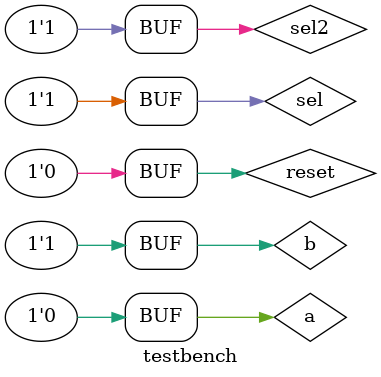
<source format=v>
`timescale 1 ns/1 ns

module testbench();
reg	a, b, sel, sel2, reset;
wire	c, d;

alwayslatch latch_instance(
		.a(a), 
		.b(b), 
		.c(c),
		.d(d)//,
		//.reset(reset),
		//.sel(sel),
		//.sel2(sel2) 
); 
		
initial
begin

 a	= 1'b0;
 sel	= 1'b0;
 b	= 1'b0;
 sel2   = 1'b0;
 reset  = 1'b0;

 #20;
 a	= 1'b1;
 sel	= 1'b1; 
 b	= 1'b1;
 sel2   = 1'b0;
 reset  = 1'b0;
			
 
 #20;			// Time = 75
 a	= 1'b0;
 sel	= 1'b1; 
 b	= 1'b1;
 sel2   = 1'b0;
 reset  = 1'b1;
 
 #20;			// Time = 101
 a	= 1'b1;
 sel	= 1'b1; 
 b	= 1'b0;
 sel2   = 1'b1;
 reset  = 1'b0;
 
 #20;			// Time = 201
 a	= 1'b0;
 sel	= 1'b1; 
 b	= 1'b1;
 sel2   = 1'b1;
 reset  = 1'b0;
 
 
end
endmodule

</source>
